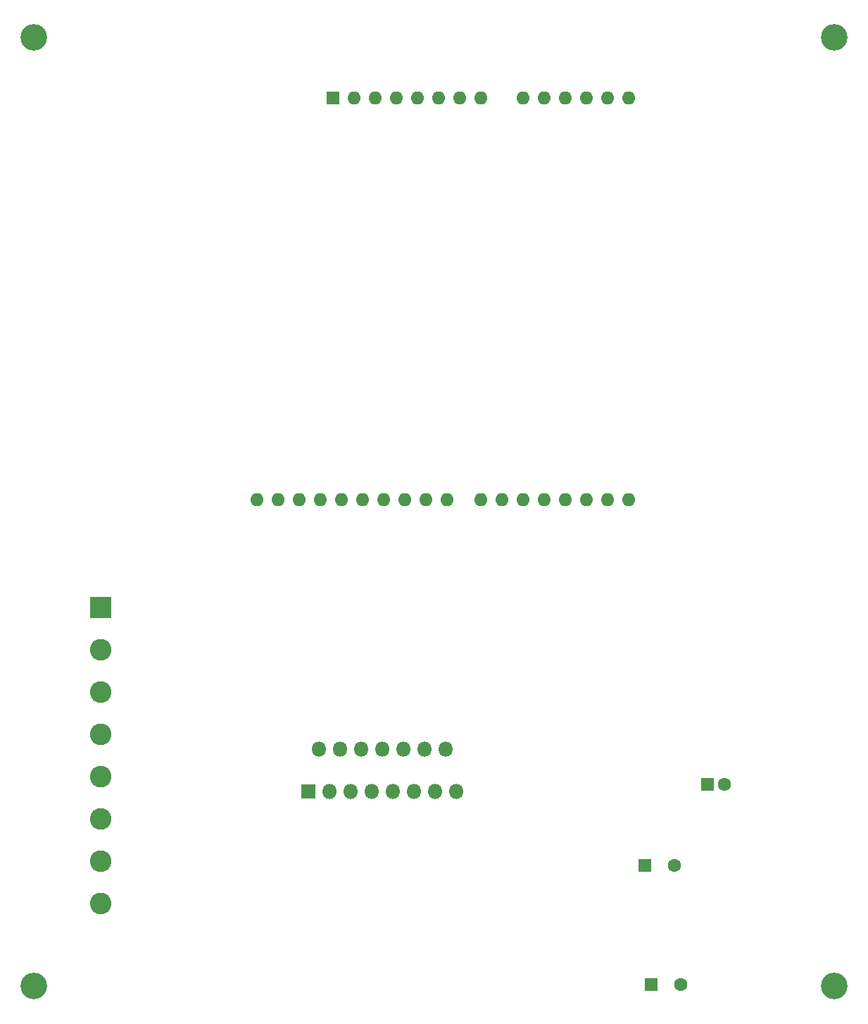
<source format=gbr>
%TF.GenerationSoftware,KiCad,Pcbnew,7.0.8*%
%TF.CreationDate,2024-03-10T19:24:50+01:00*%
%TF.ProjectId,Hacheur 4Q,48616368-6575-4722-9034-512e6b696361,rev?*%
%TF.SameCoordinates,Original*%
%TF.FileFunction,Soldermask,Bot*%
%TF.FilePolarity,Negative*%
%FSLAX46Y46*%
G04 Gerber Fmt 4.6, Leading zero omitted, Abs format (unit mm)*
G04 Created by KiCad (PCBNEW 7.0.8) date 2024-03-10 19:24:50*
%MOMM*%
%LPD*%
G01*
G04 APERTURE LIST*
%ADD10C,3.200000*%
%ADD11R,1.600000X1.600000*%
%ADD12C,1.600000*%
%ADD13R,2.600000X2.600000*%
%ADD14C,2.600000*%
%ADD15O,1.600000X1.600000*%
%ADD16R,1.800000X1.800000*%
%ADD17O,1.800000X1.800000*%
G04 APERTURE END LIST*
D10*
%TO.C,H3*%
X111000000Y-141000000D03*
%TD*%
D11*
%TO.C,C2*%
X184500000Y-126500000D03*
D12*
X188000000Y-126500000D03*
%TD*%
D10*
%TO.C,H1*%
X207250000Y-27000000D03*
%TD*%
D13*
%TO.C,J1*%
X119000000Y-95520000D03*
D14*
X119000000Y-100600000D03*
X119000000Y-105680000D03*
X119000000Y-110760000D03*
X119000000Y-115840000D03*
X119000000Y-120920000D03*
X119000000Y-126000000D03*
X119000000Y-131080000D03*
%TD*%
D10*
%TO.C,H4*%
X207250000Y-141000000D03*
%TD*%
D11*
%TO.C,A1*%
X146960000Y-34250000D03*
D15*
X149500000Y-34250000D03*
X152040000Y-34250000D03*
X154580000Y-34250000D03*
X157120000Y-34250000D03*
X159660000Y-34250000D03*
X162200000Y-34250000D03*
X164740000Y-34250000D03*
X169820000Y-34250000D03*
X172360000Y-34250000D03*
X174900000Y-34250000D03*
X177440000Y-34250000D03*
X179980000Y-34250000D03*
X182520000Y-34250000D03*
X182520000Y-82510000D03*
X179980000Y-82510000D03*
X177440000Y-82510000D03*
X174900000Y-82510000D03*
X172360000Y-82510000D03*
X169820000Y-82510000D03*
X167280000Y-82510000D03*
X164740000Y-82510000D03*
X160680000Y-82510000D03*
X158140000Y-82510000D03*
X155600000Y-82510000D03*
X153060000Y-82510000D03*
X150520000Y-82510000D03*
X147980000Y-82510000D03*
X145440000Y-82510000D03*
X142900000Y-82510000D03*
X140360000Y-82510000D03*
X137820000Y-82510000D03*
%TD*%
D10*
%TO.C,H2*%
X111000000Y-27000000D03*
%TD*%
D16*
%TO.C,U1*%
X143990000Y-117580000D03*
D17*
X145260000Y-112500000D03*
X146530000Y-117580000D03*
X147800000Y-112500000D03*
X149070000Y-117580000D03*
X150340000Y-112500000D03*
X151610000Y-117580000D03*
X152880000Y-112500000D03*
X154150000Y-117580000D03*
X155420000Y-112500000D03*
X156690000Y-117580000D03*
X157960000Y-112500000D03*
X159230000Y-117580000D03*
X160500000Y-112500000D03*
X161770000Y-117580000D03*
%TD*%
D11*
%TO.C,C3*%
X185250000Y-140750000D03*
D12*
X188750000Y-140750000D03*
%TD*%
D11*
%TO.C,C1*%
X192000000Y-116750000D03*
D12*
X194000000Y-116750000D03*
%TD*%
M02*

</source>
